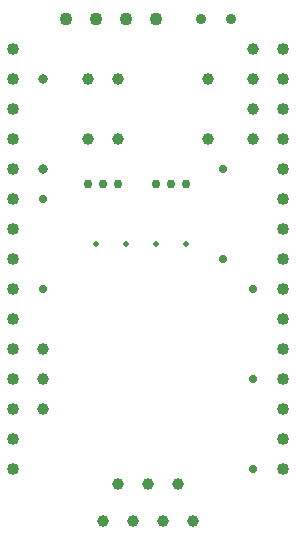
<source format=gbr>
%TF.GenerationSoftware,KiCad,Pcbnew,5.1.5+dfsg1-2~bpo10+1*%
%TF.CreationDate,2020-10-04T09:46:05+00:00*%
%TF.ProjectId,PIS,5049532e-6b69-4636-9164-5f7063625858,rev?*%
%TF.SameCoordinates,Original*%
%TF.FileFunction,Plated,1,2,PTH,Drill*%
%TF.FilePolarity,Positive*%
%FSLAX46Y46*%
G04 Gerber Fmt 4.6, Leading zero omitted, Abs format (unit mm)*
G04 Created by KiCad (PCBNEW 5.1.5+dfsg1-2~bpo10+1) date 2020-10-04 09:46:05*
%MOMM*%
%LPD*%
G04 APERTURE LIST*
%TA.AperFunction,ComponentDrill*%
%ADD10C,0.500000*%
%TD*%
%TA.AperFunction,ComponentDrill*%
%ADD11C,0.700000*%
%TD*%
%TA.AperFunction,ComponentDrill*%
%ADD12C,0.750000*%
%TD*%
%TA.AperFunction,ComponentDrill*%
%ADD13C,0.800000*%
%TD*%
%TA.AperFunction,ComponentDrill*%
%ADD14C,0.900000*%
%TD*%
%TA.AperFunction,ComponentDrill*%
%ADD15C,1.000000*%
%TD*%
%TA.AperFunction,ComponentDrill*%
%ADD16C,1.016000*%
%TD*%
%TA.AperFunction,ComponentDrill*%
%ADD17C,1.100000*%
%TD*%
G04 APERTURE END LIST*
D10*
%TO.C,U4*%
X6985000Y-16510000D03*
X9525000Y-16510000D03*
X12065000Y-16510000D03*
X14605000Y-16510000D03*
D11*
%TO.C,R2*%
X20320000Y-27940000D03*
X20320000Y-35560000D03*
%TO.C,R1*%
X2540000Y-12700000D03*
X2540000Y-20320000D03*
%TO.C,R3*%
X20320000Y-20320000D03*
X20320000Y-27940000D03*
%TO.C,R4*%
X17780000Y-10160000D03*
X17780000Y-17780000D03*
%TO.C,U2*%
X4445000Y2540000D03*
X9525000Y2540000D03*
X12065000Y2540000D03*
D12*
%TO.C,Q1*%
X12065000Y-11430000D03*
X13335000Y-11430000D03*
X14605000Y-11430000D03*
%TO.C,Q3*%
X6350000Y-11430000D03*
X7620000Y-11430000D03*
X8890000Y-11430000D03*
D13*
%TO.C,D1*%
X2540000Y-2540000D03*
X2540000Y-10160000D03*
D14*
%TO.C,D2*%
X15875000Y2540000D03*
X18415000Y2540000D03*
D15*
%TO.C,J5*%
X7620000Y-40005000D03*
X10160000Y-40005000D03*
X12700000Y-40005000D03*
X15240000Y-40005000D03*
%TO.C,J3*%
X20320000Y0D03*
X20320000Y-2540000D03*
X20320000Y-5080000D03*
X20320000Y-7620000D03*
%TO.C,K1*%
X6350000Y-2540000D03*
X6350000Y-7620000D03*
X8890000Y-2540000D03*
X8890000Y-7620000D03*
X16510000Y-2540000D03*
X16510000Y-7620000D03*
%TO.C,J2*%
X2540000Y-25400000D03*
X2540000Y-27940000D03*
X2540000Y-30480000D03*
%TO.C,J1*%
X8890000Y-36830000D03*
X11430000Y-36830000D03*
X13970000Y-36830000D03*
D16*
%TO.C,U1*%
X0Y0D03*
X0Y-2540000D03*
X0Y-5080000D03*
X0Y-7620000D03*
X0Y-10160000D03*
X0Y-12700000D03*
X0Y-15240000D03*
X0Y-17780000D03*
X0Y-20320000D03*
X0Y-22860000D03*
X0Y-25400000D03*
X0Y-27940000D03*
X0Y-30480000D03*
X0Y-33020000D03*
X0Y-35560000D03*
X22860000Y0D03*
X22860000Y-2540000D03*
X22860000Y-5080000D03*
X22860000Y-7620000D03*
X22860000Y-10160000D03*
X22860000Y-12700000D03*
X22860000Y-15240000D03*
X22860000Y-17780000D03*
X22860000Y-20320000D03*
X22860000Y-22860000D03*
X22860000Y-25400000D03*
X22860000Y-27940000D03*
X22860000Y-30480000D03*
X22860000Y-33020000D03*
X22860000Y-35560000D03*
D17*
%TO.C,J4*%
X4445000Y2540000D03*
X6985000Y2540000D03*
X9525000Y2540000D03*
X12065000Y2540000D03*
M02*

</source>
